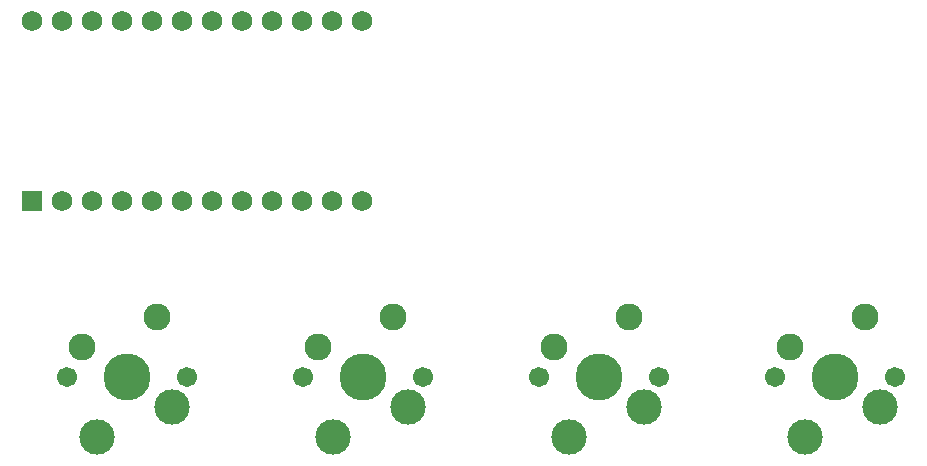
<source format=gbr>
%TF.GenerationSoftware,KiCad,Pcbnew,7.0.6*%
%TF.CreationDate,2023-08-10T21:51:54+02:00*%
%TF.ProjectId,pcb,7063622e-6b69-4636-9164-5f7063625858,rev?*%
%TF.SameCoordinates,Original*%
%TF.FileFunction,Soldermask,Top*%
%TF.FilePolarity,Negative*%
%FSLAX46Y46*%
G04 Gerber Fmt 4.6, Leading zero omitted, Abs format (unit mm)*
G04 Created by KiCad (PCBNEW 7.0.6) date 2023-08-10 21:51:54*
%MOMM*%
%LPD*%
G01*
G04 APERTURE LIST*
%ADD10R,1.752600X1.752600*%
%ADD11C,1.752600*%
%ADD12C,1.701800*%
%ADD13C,3.000000*%
%ADD14C,3.987800*%
%ADD15C,2.286000*%
G04 APERTURE END LIST*
D10*
%TO.C,J1*%
X25030000Y-37620000D03*
D11*
X27570000Y-37620000D03*
X30110000Y-37620000D03*
X32650000Y-37620000D03*
X35190000Y-37620000D03*
X37730000Y-37620000D03*
X40270000Y-37620000D03*
X42810000Y-37620000D03*
X45350000Y-37620000D03*
X47890000Y-37620000D03*
X50430000Y-37620000D03*
X52970000Y-37620000D03*
X52970000Y-22380000D03*
X50430000Y-22380000D03*
X47890000Y-22380000D03*
X45350000Y-22380000D03*
X42810000Y-22380000D03*
X40270000Y-22380000D03*
X37730000Y-22380000D03*
X35190000Y-22380000D03*
X32650000Y-22380000D03*
X30110000Y-22380000D03*
X27570000Y-22380000D03*
X25030000Y-22380000D03*
%TD*%
D12*
%TO.C,MX2*%
X67920000Y-52500000D03*
D13*
X70460000Y-57580000D03*
D14*
X73000000Y-52500000D03*
D13*
X76810000Y-55040000D03*
D12*
X78080000Y-52500000D03*
D15*
X75540000Y-47420000D03*
X69190000Y-49960000D03*
%TD*%
D12*
%TO.C,MX3*%
X47920000Y-52500000D03*
D13*
X50460000Y-57580000D03*
D14*
X53000000Y-52500000D03*
D13*
X56810000Y-55040000D03*
D12*
X58080000Y-52500000D03*
D15*
X55540000Y-47420000D03*
X49190000Y-49960000D03*
%TD*%
D12*
%TO.C,MX1*%
X87920000Y-52500000D03*
D13*
X90460000Y-57580000D03*
D14*
X93000000Y-52500000D03*
D13*
X96810000Y-55040000D03*
D12*
X98080000Y-52500000D03*
D15*
X95540000Y-47420000D03*
X89190000Y-49960000D03*
%TD*%
D12*
%TO.C,MX4*%
X27920000Y-52500000D03*
D13*
X30460000Y-57580000D03*
D14*
X33000000Y-52500000D03*
D13*
X36810000Y-55040000D03*
D12*
X38080000Y-52500000D03*
D15*
X35540000Y-47420000D03*
X29190000Y-49960000D03*
%TD*%
M02*

</source>
